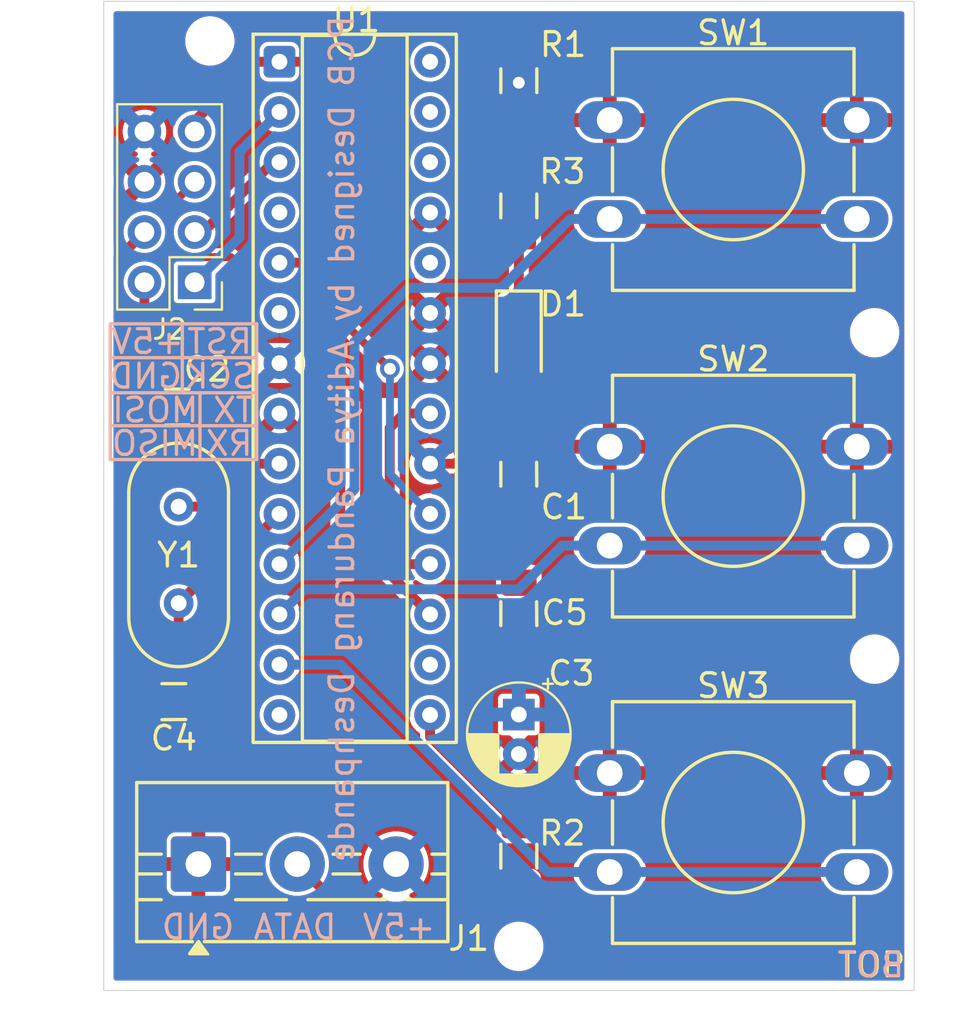
<source format=kicad_pcb>
(kicad_pcb (version 20241229) (generator "pcbnew") (generator_version "9.0")
  (layers (0 "F.Cu" signal) (2 "B.Cu" signal) (13 "F.Paste" user) (15 "B.Paste" user) (5 "F.SilkS" user "F.Silkscreen") (7 "B.SilkS" user "B.Silkscreen") (1 "F.Mask" user) (3 "B.Mask" user) (25 "Edge.Cuts" user))
  (net 0 "")
  (net 1 "+5V")
  (net 2 "GND")
  (net 3 "Net-(J1-Pin_2)")
  (net 4 "Net-(D1-K)")
  (net 5 "Net-(U1-XTAL1{slash}PB6)")
  (net 6 "Net-(U1-XTAL2{slash}PB7)")
  (net 7 "Net-(U1-AREF)")
  (net 8 "Net-(U1-PB1)")
  (net 9 "Net-(U1-PD3)")
  (net 10 "Net-(U1-PD5)")
  (net 11 "Net-(U1-PD6)")
  (net 12 "Net-(U1-PD7)")
  (net 19 "Net-(J2-Pin_4)")
  (net 20 "Net-(J2-Pin_5)")
  (net 21 "Net-(J2-Pin_3)")
  (net 22 "Net-(J2-Pin_2)")
  (net 23 "Net-(J2-Pin_1)")
  (net 24 "Net-(J2-Pin_7)")
  (footprint "MountingHole:MountingHole_2mm" (layer "F.Cu") (at 21 47.77)
    (property "Reference" "H4" (hide yes))
    (property "Value" "MountingHole")
    (pad "" np_thru_hole circle (at 0 0) (size 2 2) (drill 2) (layers "*.Cu" "*.Mask"))
  )
  (footprint "Resistor_SMD:R_1206_3216Metric_Pad1.30x1.75mm_HandSolder" (layer "F.Cu") (at 21 4.01 -90)
    (property "Reference" "R1" (at -1.8275 -2.24 0) (layer "F.SilkS") (effects (font (size 1.2 1.2) (thickness 0.17))))
    (property "Value" "10k Ω")
    (fp_line (start -0.6 0.91) (end 0.6 0.91) (stroke (width 0.17)) (layer "F.SilkS"))
    (fp_line (start -0.6 -0.91) (end 0.6 -0.91) (stroke (width 0.17)) (layer "F.SilkS"))
    (pad "1" smd roundrect (at -1.55 0 270) (size 1.3 1.75) (layers "F.Cu" "F.Mask" "F.Paste") (roundrect_rratio 0.192308) (net 24 "Net-(J2-Pin_7)"))
    (pad "2" smd roundrect (at 1.55 0 270) (size 1.3 1.75) (layers "F.Cu" "F.Mask" "F.Paste") (roundrect_rratio 0.192308) (net 1 "+5V"))
  )
  (footprint "Button_Switch_THT:SW_PUSH-12mm" (layer "F.Cu") (at 25.6 39.01)
    (property "Reference" "SW3" (at 6.25 -4.42 0) (layer "F.SilkS") (effects (font (size 1.2 1.2) (thickness 0.17))))
    (property "Value" "SW_Push")
    (fp_line (start 0.14 -3.61) (end 0.14 -1.3) (stroke (width 0.17)) (layer "F.SilkS"))
    (fp_line (start 0.14 -3.61) (end 12.36 -3.61) (stroke (width 0.17)) (layer "F.SilkS"))
    (fp_line (start 0.14 1.4) (end 0.14 3.6) (stroke (width 0.17)) (layer "F.SilkS"))
    (fp_line (start 0.14 6.3) (end 0.14 8.61) (stroke (width 0.17)) (layer "F.SilkS"))
    (fp_line (start 12.36 -3.61) (end 12.36 -1.3) (stroke (width 0.17)) (layer "F.SilkS"))
    (fp_line (start 12.36 1.4) (end 12.36 3.6) (stroke (width 0.17)) (layer "F.SilkS"))
    (fp_line (start 12.36 6.3) (end 12.36 8.61) (stroke (width 0.17)) (layer "F.SilkS"))
    (fp_line (start 12.36 8.61) (end 0.14 8.61) (stroke (width 0.17)) (layer "F.SilkS"))
    (fp_circle (center 6.25 2.5) (end 9.8 2.5) (stroke (width 0.17)) (fill no) (layer "F.SilkS"))
    (pad "1" thru_hole oval (at 0 0) (size 3.2 1.9) (drill 1.3) (layers "*.Cu" "*.Mask") (net 2 "GND"))
    (pad "1" thru_hole oval (at 12.5 0) (size 3.2 1.9) (drill 1.3) (layers "*.Cu" "*.Mask") (net 2 "GND"))
    (pad "2" thru_hole oval (at 0 5) (size 3.2 1.9) (drill 1.3) (layers "*.Cu" "*.Mask") (net 12 "Net-(U1-PD7)"))
    (pad "2" thru_hole oval (at 12.5 5) (size 3.2 1.9) (drill 1.3) (layers "*.Cu" "*.Mask") (net 12 "Net-(U1-PD7)"))
  )
  (footprint "Button_Switch_THT:SW_PUSH-12mm" (layer "F.Cu") (at 25.6 22.51)
    (property "Reference" "SW2" (at 6.25 -4.43 0) (layer "F.SilkS") (effects (font (size 1.2 1.2) (thickness 0.17))))
    (property "Value" "SW_Push")
    (fp_line (start 0.14 -3.61) (end 0.14 -1.3) (stroke (width 0.17)) (layer "F.SilkS"))
    (fp_line (start 0.14 -3.61) (end 12.36 -3.61) (stroke (width 0.17)) (layer "F.SilkS"))
    (fp_line (start 0.14 1.4) (end 0.14 3.6) (stroke (width 0.17)) (layer "F.SilkS"))
    (fp_line (start 0.14 6.3) (end 0.14 8.61) (stroke (width 0.17)) (layer "F.SilkS"))
    (fp_line (start 12.36 -3.61) (end 12.36 -1.3) (stroke (width 0.17)) (layer "F.SilkS"))
    (fp_line (start 12.36 1.4) (end 12.36 3.6) (stroke (width 0.17)) (layer "F.SilkS"))
    (fp_line (start 12.36 6.3) (end 12.36 8.61) (stroke (width 0.17)) (layer "F.SilkS"))
    (fp_line (start 12.36 8.61) (end 0.14 8.61) (stroke (width 0.17)) (layer "F.SilkS"))
    (fp_circle (center 6.25 2.5) (end 9.8 2.5) (stroke (width 0.17)) (fill no) (layer "F.SilkS"))
    (pad "1" thru_hole oval (at 0 0) (size 3.2 1.9) (drill 1.3) (layers "*.Cu" "*.Mask") (net 2 "GND"))
    (pad "1" thru_hole oval (at 12.5 0) (size 3.2 1.9) (drill 1.3) (layers "*.Cu" "*.Mask") (net 2 "GND"))
    (pad "2" thru_hole oval (at 0 5) (size 3.2 1.9) (drill 1.3) (layers "*.Cu" "*.Mask") (net 11 "Net-(U1-PD6)"))
    (pad "2" thru_hole oval (at 12.5 5) (size 3.2 1.9) (drill 1.3) (layers "*.Cu" "*.Mask") (net 11 "Net-(U1-PD6)"))
  )
  (footprint "Capacitor_THT:CP_Radial_D5.0mm_P2.00mm" (layer "F.Cu") (at 21 36.05 -90)
    (property "Reference" "C3" (at -2.08 -2.66 0) (layer "F.SilkS") (effects (font (size 1.2 1.2) (thickness 0.17))))
    (property "Value" "100μF")
    (fp_line (start 1 1.04) (end 1 2.58) (stroke (width 0.12)) (layer "F.SilkS"))
    (fp_line (start 1.04 1.04) (end 1.04 2.58) (stroke (width 0.12)) (layer "F.SilkS"))
    (fp_line (start 1.08 1.04) (end 1.08 2.579) (stroke (width 0.12)) (layer "F.SilkS"))
    (fp_line (start 1.12 1.04) (end 1.12 2.577) (stroke (width 0.12)) (layer "F.SilkS"))
    (fp_line (start 1.16 1.04) (end 1.16 2.575) (stroke (width 0.12)) (layer "F.SilkS"))
    (fp_line (start 1.2 1.04) (end 1.2 2.572) (stroke (width 0.12)) (layer "F.SilkS"))
    (fp_line (start 1.24 1.04) (end 1.24 2.569) (stroke (width 0.12)) (layer "F.SilkS"))
    (fp_line (start 1.28 1.04) (end 1.28 2.565) (stroke (width 0.12)) (layer "F.SilkS"))
    (fp_line (start 1.32 1.04) (end 1.32 2.56) (stroke (width 0.12)) (layer "F.SilkS"))
    (fp_line (start 1.36 1.04) (end 1.36 2.555) (stroke (width 0.12)) (layer "F.SilkS"))
    (fp_line (start 1.4 1.04) (end 1.4 2.549) (stroke (width 0.12)) (layer "F.SilkS"))
    (fp_line (start 1.44 1.04) (end 1.44 2.543) (stroke (width 0.12)) (layer "F.SilkS"))
    (fp_line (start 1.48 1.04) (end 1.48 2.536) (stroke (width 0.12)) (layer "F.SilkS"))
    (fp_line (start 1.52 1.04) (end 1.52 2.528) (stroke (width 0.12)) (layer "F.SilkS"))
    (fp_line (start 1.56 1.04) (end 1.56 2.519) (stroke (width 0.12)) (layer "F.SilkS"))
    (fp_line (start 1.6 1.04) (end 1.6 2.51) (stroke (width 0.12)) (layer "F.SilkS"))
    (fp_line (start 1.64 1.04) (end 1.64 2.501) (stroke (width 0.12)) (layer "F.SilkS"))
    (fp_line (start 1.68 1.04) (end 1.68 2.49) (stroke (width 0.12)) (layer "F.SilkS"))
    (fp_line (start 1.72 1.04) (end 1.72 2.479) (stroke (width 0.12)) (layer "F.SilkS"))
    (fp_line (start 1.76 1.04) (end 1.76 2.467) (stroke (width 0.12)) (layer "F.SilkS"))
    (fp_line (start 1.8 1.04) (end 1.8 2.455) (stroke (width 0.12)) (layer "F.SilkS"))
    (fp_line (start 1.84 1.04) (end 1.84 2.442) (stroke (width 0.12)) (layer "F.SilkS"))
    (fp_line (start 1.88 1.04) (end 1.88 2.428) (stroke (width 0.12)) (layer "F.SilkS"))
    (fp_line (start 1.92 1.04) (end 1.92 2.413) (stroke (width 0.12)) (layer "F.SilkS"))
    (fp_line (start 1.96 1.04) (end 1.96 2.398) (stroke (width 0.12)) (layer "F.SilkS"))
    (fp_line (start 2 1.04) (end 2 2.382) (stroke (width 0.12)) (layer "F.SilkS"))
    (fp_line (start 2.04 1.04) (end 2.04 2.365) (stroke (width 0.12)) (layer "F.SilkS"))
    (fp_line (start 2.08 1.04) (end 2.08 2.347) (stroke (width 0.12)) (layer "F.SilkS"))
    (fp_line (start 2.12 1.04) (end 2.12 2.329) (stroke (width 0.12)) (layer "F.SilkS"))
    (fp_line (start 2.16 1.04) (end 2.16 2.309) (stroke (width 0.12)) (layer "F.SilkS"))
    (fp_line (start 2.2 1.04) (end 2.2 2.289) (stroke (width 0.12)) (layer "F.SilkS"))
    (fp_line (start 2.24 1.04) (end 2.24 2.268) (stroke (width 0.12)) (layer "F.SilkS"))
    (fp_line (start 2.28 1.04) (end 2.28 2.246) (stroke (width 0.12)) (layer "F.SilkS"))
    (fp_line (start 2.32 1.04) (end 2.32 2.223) (stroke (width 0.12)) (layer "F.SilkS"))
    (fp_line (start 2.36 1.04) (end 2.36 2.199) (stroke (width 0.12)) (layer "F.SilkS"))
    (fp_line (start 2.4 1.04) (end 2.4 2.175) (stroke (width 0.12)) (layer "F.SilkS"))
    (fp_line (start 2.44 1.04) (end 2.44 2.149) (stroke (width 0.12)) (layer "F.SilkS"))
    (fp_line (start 2.48 1.04) (end 2.48 2.122) (stroke (width 0.12)) (layer "F.SilkS"))
    (fp_line (start 2.52 1.04) (end 2.52 2.094) (stroke (width 0.12)) (layer "F.SilkS"))
    (fp_line (start 2.56 1.04) (end 2.56 2.065) (stroke (width 0.12)) (layer "F.SilkS"))
    (fp_line (start 2.6 1.04) (end 2.6 2.035) (stroke (width 0.12)) (layer "F.SilkS"))
    (fp_line (start 2.64 1.04) (end 2.64 2.003) (stroke (width 0.12)) (layer "F.SilkS"))
    (fp_line (start 2.68 1.04) (end 2.68 1.97) (stroke (width 0.12)) (layer "F.SilkS"))
    (fp_line (start 2.72 1.04) (end 2.72 1.936) (stroke (width 0.12)) (layer "F.SilkS"))
    (fp_line (start 2.76 1.04) (end 2.76 1.901) (stroke (width 0.12)) (layer "F.SilkS"))
    (fp_line (start 2.8 1.04) (end 2.8 1.864) (stroke (width 0.12)) (layer "F.SilkS"))
    (fp_line (start 2.84 1.04) (end 2.84 1.825) (stroke (width 0.12)) (layer "F.SilkS"))
    (fp_line (start 2.88 1.04) (end 2.88 1.785) (stroke (width 0.12)) (layer "F.SilkS"))
    (fp_line (start 2.92 1.04) (end 2.92 1.743) (stroke (width 0.12)) (layer "F.SilkS"))
    (fp_line (start 2.96 1.04) (end 2.96 1.699) (stroke (width 0.12)) (layer "F.SilkS"))
    (fp_line (start 3 1.04) (end 3 1.652) (stroke (width 0.12)) (layer "F.SilkS"))
    (fp_line (start 3.6 -0.283) (end 3.6 0.283) (stroke (width 0.12)) (layer "F.SilkS"))
    (fp_line (start 3.56 -0.517) (end 3.56 0.517) (stroke (width 0.12)) (layer "F.SilkS"))
    (fp_line (start 3.52 -0.677) (end 3.52 0.677) (stroke (width 0.12)) (layer "F.SilkS"))
    (fp_line (start 3.48 -0.805) (end 3.48 0.805) (stroke (width 0.12)) (layer "F.SilkS"))
    (fp_line (start 3.44 -0.914) (end 3.44 0.914) (stroke (width 0.12)) (layer "F.SilkS"))
    (fp_line (start 3.4 -1.011) (end 3.4 1.011) (stroke (width 0.12)) (layer "F.SilkS"))
    (fp_line (start 3.36 -1.098) (end 3.36 1.098) (stroke (width 0.12)) (layer "F.SilkS"))
    (fp_line (start 3.32 -1.177) (end 3.32 1.177) (stroke (width 0.12)) (layer "F.SilkS"))
    (fp_line (start 3.28 -1.251) (end 3.28 1.251) (stroke (width 0.12)) (layer "F.SilkS"))
    (fp_line (start 3.24 -1.319) (end 3.24 1.319) (stroke (width 0.12)) (layer "F.SilkS"))
    (fp_line (start 3.2 -1.383) (end 3.2 1.383) (stroke (width 0.12)) (layer "F.SilkS"))
    (fp_line (start 3.16 -1.443) (end 3.16 1.443) (stroke (width 0.12)) (layer "F.SilkS"))
    (fp_line (start -1.804775 -1.475) (end -1.304775 -1.475) (stroke (width 0.12)) (layer "F.SilkS"))
    (fp_line (start 3.12 -1.499) (end 3.12 1.499) (stroke (width 0.12)) (layer "F.SilkS"))
    (fp_line (start 3.08 -1.553) (end 3.08 1.553) (stroke (width 0.12)) (layer "F.SilkS"))
    (fp_line (start 3.04 -1.604) (end 3.04 1.604) (stroke (width 0.12)) (layer "F.SilkS"))
    (fp_line (start 3 -1.652) (end 3 -1.04) (stroke (width 0.12)) (layer "F.SilkS"))
    (fp_line (start 2.96 -1.699) (end 2.96 -1.04) (stroke (width 0.12)) (layer "F.SilkS"))
    (fp_line (start -1.554775 -1.725) (end -1.554775 -1.225) (stroke (width 0.12)) (layer "F.SilkS"))
    (fp_line (start 2.92 -1.743) (end 2.92 -1.04) (stroke (width 0.12)) (layer "F.SilkS"))
    (fp_line (start 2.88 -1.785) (end 2.88 -1.04) (stroke (width 0.12)) (layer "F.SilkS"))
    (fp_line (start 2.84 -1.825) (end 2.84 -1.04) (stroke (width 0.12)) (layer "F.SilkS"))
    (fp_line (start 2.8 -1.864) (end 2.8 -1.04) (stroke (width 0.12)) (layer "F.SilkS"))
    (fp_line (start 2.76 -1.901) (end 2.76 -1.04) (stroke (width 0.12)) (layer "F.SilkS"))
    (fp_line (start 2.72 -1.936) (end 2.72 -1.04) (stroke (width 0.12)) (layer "F.SilkS"))
    (fp_line (start 2.68 -1.97) (end 2.68 -1.04) (stroke (width 0.12)) (layer "F.SilkS"))
    (fp_line (start 2.64 -2.003) (end 2.64 -1.04) (stroke (width 0.12)) (layer "F.SilkS"))
    (fp_line (start 2.6 -2.035) (end 2.6 -1.04) (stroke (width 0.12)) (layer "F.SilkS"))
    (fp_line (start 2.56 -2.065) (end 2.56 -1.04) (stroke (width 0.12)) (layer "F.SilkS"))
    (fp_line (start 2.52 -2.094) (end 2.52 -1.04) (stroke (width 0.12)) (layer "F.SilkS"))
    (fp_line (start 2.48 -2.122) (end 2.48 -1.04) (stroke (width 0.12)) (layer "F.SilkS"))
    (fp_line (start 2.44 -2.149) (end 2.44 -1.04) (stroke (width 0.12)) (layer "F.SilkS"))
    (fp_line (start 2.4 -2.175) (end 2.4 -1.04) (stroke (width 0.12)) (layer "F.SilkS"))
    (fp_line (start 2.36 -2.199) (end 2.36 -1.04) (stroke (width 0.12)) (layer "F.SilkS"))
    (fp_line (start 2.32 -2.223) (end 2.32 -1.04) (stroke (width 0.12)) (layer "F.SilkS"))
    (fp_line (start 2.28 -2.246) (end 2.28 -1.04) (stroke (width 0.12)) (layer "F.SilkS"))
    (fp_line (start 2.24 -2.268) (end 2.24 -1.04) (stroke (width 0.12)) (layer "F.SilkS"))
    (fp_line (start 2.2 -2.289) (end 2.2 -1.04) (stroke (width 0.12)) (layer "F.SilkS"))
    (fp_line (start 2.16 -2.309) (end 2.16 -1.04) (stroke (width 0.12)) (layer "F.SilkS"))
    (fp_line (start 2.12 -2.329) (end 2.12 -1.04) (stroke (width 0.12)) (layer "F.SilkS"))
    (fp_line (start 2.08 -2.347) (end 2.08 -1.04) (stroke (width 0.12)) (layer "F.SilkS"))
    (fp_line (start 2.04 -2.365) (end 2.04 -1.04) (stroke (width 0.12)) (layer "F.SilkS"))
    (fp_line (start 2 -2.382) (end 2 -1.04) (stroke (width 0.12)) (layer "F.SilkS"))
    (fp_line (start 1.96 -2.398) (end 1.96 -1.04) (stroke (width 0.12)) (layer "F.SilkS"))
    (fp_line (start 1.92 -2.413) (end 1.92 -1.04) (stroke (width 0.12)) (layer "F.SilkS"))
    (fp_line (start 1.88 -2.428) (end 1.88 -1.04) (stroke (width 0.12)) (layer "F.SilkS"))
    (fp_line (start 1.84 -2.442) (end 1.84 -1.04) (stroke (width 0.12)) (layer "F.SilkS"))
    (fp_line (start 1.8 -2.455) (end 1.8 -1.04) (stroke (width 0.12)) (layer "F.SilkS"))
    (fp_line (start 1.76 -2.467) (end 1.76 -1.04) (stroke (width 0.12)) (layer "F.SilkS"))
    (fp_line (start 1.72 -2.479) (end 1.72 -1.04) (stroke (width 0.12)) (layer "F.SilkS"))
    (fp_line (start 1.68 -2.49) (end 1.68 -1.04) (stroke (width 0.12)) (layer "F.SilkS"))
    (fp_line (start 1.64 -2.501) (end 1.64 -1.04) (stroke (width 0.12)) (layer "F.SilkS"))
    (fp_line (start 1.6 -2.51) (end 1.6 -1.04) (stroke (width 0.12)) (layer "F.SilkS"))
    (fp_line (start 1.56 -2.519) (end 1.56 -1.04) (stroke (width 0.12)) (layer "F.SilkS"))
    (fp_line (start 1.52 -2.528) (end 1.52 -1.04) (stroke (width 0.12)) (layer "F.SilkS"))
    (fp_line (start 1.48 -2.536) (end 1.48 -1.04) (stroke (width 0.12)) (layer "F.SilkS"))
    (fp_line (start 1.44 -2.543) (end 1.44 -1.04) (stroke (width 0.12)) (layer "F.SilkS"))
    (fp_line (start 1.4 -2.549) (end 1.4 -1.04) (stroke (width 0.12)) (layer "F.SilkS"))
    (fp_line (start 1.36 -2.555) (end 1.36 -1.04) (stroke (width 0.12)) (layer "F.SilkS"))
    (fp_line (start 1.32 -2.56) (end 1.32 -1.04) (stroke (width 0.12)) (layer "F.SilkS"))
    (fp_line (start 1.28 -2.565) (end 1.28 -1.04) (stroke (width 0.12)) (layer "F.SilkS"))
    (fp_line (start 1.24 -2.569) (end 1.24 -1.04) (stroke (width 0.12)) (layer "F.SilkS"))
    (fp_line (start 1.2 -2.572) (end 1.2 -1.04) (stroke (width 0.12)) (layer "F.SilkS"))
    (fp_line (start 1.16 -2.575) (end 1.16 -1.04) (stroke (width 0.12)) (layer "F.SilkS"))
    (fp_line (start 1.12 -2.577) (end 1.12 -1.04) (stroke (width 0.12)) (layer "F.SilkS"))
    (fp_line (start 1.08 -2.579) (end 1.08 -1.04) (stroke (width 0.12)) (layer "F.SilkS"))
    (fp_line (start 1 -2.58) (end 1 -1.04) (stroke (width 0.12)) (layer "F.SilkS"))
    (fp_line (start 1.04 -2.58) (end 1.04 -1.04) (stroke (width 0.12)) (layer "F.SilkS"))
    (fp_circle (center 1 0) (end 3.62 0) (stroke (width 0.12)) (fill no) (layer "F.SilkS"))
    (pad "1" thru_hole rect (at 0 0 270) (size 1.6 1.6) (drill 0.8) (layers "*.Cu" "*.Mask") (net 1 "+5V"))
    (pad "2" thru_hole circle (at 2 0 270) (size 1.6 1.6) (drill 0.8) (layers "*.Cu" "*.Mask") (net 2 "GND"))
  )
  (footprint "Connector_PinHeader_2.54mm:PinHeader_2x04_P2.54mm_Vertical" (layer "F.Cu") (at 4.6 14.2 180)
    (property "Reference" "J2" (at 1.27 -2.38 0) (layer "F.SilkS"))
    (property "Value" "Conn_02x04_Odd_Even")
    (fp_line (start 3.92 -1.38) (end 3.92 9) (stroke (width 0.12)) (layer "F.SilkS"))
    (fp_line (start 1.27 1.27) (end 1.27 -1.38) (stroke (width 0.12)) (layer "F.SilkS"))
    (fp_line (start 1.27 -1.38) (end 3.92 -1.38) (stroke (width 0.12)) (layer "F.SilkS"))
    (fp_line (start -1.38 9) (end 3.92 9) (stroke (width 0.12)) (layer "F.SilkS"))
    (fp_line (start -1.38 1.27) (end 1.27 1.27) (stroke (width 0.12)) (layer "F.SilkS"))
    (fp_line (start -1.38 1.27) (end -1.38 9) (stroke (width 0.12)) (layer "F.SilkS"))
    (fp_line (start -1.38 0) (end -1.38 -1.38) (stroke (width 0.12)) (layer "F.SilkS"))
    (fp_line (start -1.38 -1.38) (end 0 -1.38) (stroke (width 0.12)) (layer "F.SilkS"))
    (pad "1" thru_hole rect (at 0 0 180) (size 1.7 1.7) (drill 1) (layers "*.Cu" "*.Mask") (net 23 "Net-(J2-Pin_1)"))
    (pad "2" thru_hole circle (at 2.54 0 180) (size 1.7 1.7) (drill 1) (layers "*.Cu" "*.Mask") (net 22 "Net-(J2-Pin_2)"))
    (pad "3" thru_hole circle (at 0 2.54 180) (size 1.7 1.7) (drill 1) (layers "*.Cu" "*.Mask") (net 21 "Net-(J2-Pin_3)"))
    (pad "4" thru_hole circle (at 2.54 2.54 180) (size 1.7 1.7) (drill 1) (layers "*.Cu" "*.Mask") (net 19 "Net-(J2-Pin_4)"))
    (pad "5" thru_hole circle (at 0 5.08 180) (size 1.7 1.7) (drill 1) (layers "*.Cu" "*.Mask") (net 20 "Net-(J2-Pin_5)"))
    (pad "6" thru_hole circle (at 2.54 5.08 180) (size 1.7 1.7) (drill 1) (layers "*.Cu" "*.Mask") (net 2 "GND"))
    (pad "7" thru_hole circle (at 0 7.62 180) (size 1.7 1.7) (drill 1) (layers "*.Cu" "*.Mask") (net 24 "Net-(J2-Pin_7)"))
    (pad "8" thru_hole circle (at 2.54 7.62 180) (size 1.7 1.7) (drill 1) (layers "*.Cu" "*.Mask") (net 1 "+5V"))
  )
  (footprint "TerminalBlock:TerminalBlock_MaiXu_MX126-5.0-03P_1x03_P5.00mm" (layer "F.Cu") (at 4.79 43.61)
    (property "Reference" "J1" (at 13.68 3.76 0) (layer "F.SilkS") (effects (font (size 1.2 1.2) (thickness 0.17))))
    (property "Value" "Screw_Terminal_01x03")
    (fp_line (start -3.12 -4.12) (end -3.12 3.92) (stroke (width 0.17)) (layer "F.SilkS"))
    (fp_line (start -3.12 -4.12) (end 12.62 -4.12) (stroke (width 0.17)) (layer "F.SilkS"))
    (fp_line (start -3.12 -0.5) (end -1.88 -0.5) (stroke (width 0.17)) (layer "F.SilkS"))
    (fp_line (start -3.12 0.5) (end -1.88 0.5) (stroke (width 0.17)) (layer "F.SilkS"))
    (fp_line (start -3.12 1.8) (end -1.88 1.8) (stroke (width 0.17)) (layer "F.SilkS"))
    (fp_line (start -3.12 3.92) (end -0.3 3.92) (stroke (width 0.17)) (layer "F.SilkS"))
    (fp_line (start 0.3 3.92) (end 12.62 3.92) (stroke (width 0.17)) (layer "F.SilkS"))
    (fp_line (start 1.88 -0.5) (end 3.188 -0.5) (stroke (width 0.17)) (layer "F.SilkS"))
    (fp_line (start 1.88 0.5) (end 3.188 0.5) (stroke (width 0.17)) (layer "F.SilkS"))
    (fp_line (start 1.88 1.8) (end 4.457 1.8) (stroke (width 0.17)) (layer "F.SilkS"))
    (fp_line (start 5.543 1.8) (end 9.457 1.8) (stroke (width 0.17)) (layer "F.SilkS"))
    (fp_line (start 6.812 -0.5) (end 8.188 -0.5) (stroke (width 0.17)) (layer "F.SilkS"))
    (fp_line (start 6.812 0.5) (end 8.188 0.5) (stroke (width 0.17)) (layer "F.SilkS"))
    (fp_line (start 10.543 1.8) (end 12.62 1.8) (stroke (width 0.17)) (layer "F.SilkS"))
    (fp_line (start 11.812 -0.5) (end 12.62 -0.5) (stroke (width 0.17)) (layer "F.SilkS"))
    (fp_line (start 11.812 0.5) (end 12.62 0.5) (stroke (width 0.17)) (layer "F.SilkS"))
    (fp_line (start 12.62 -4.12) (end 12.62 3.92) (stroke (width 0.17)) (layer "F.SilkS"))
    (fp_poly (pts (xy 0 3.92) (xy 0.44 4.53) (xy -0.44 4.53)) (stroke (width 0.17)) (fill yes) (layer "F.SilkS"))
    (pad "1" thru_hole roundrect (at 0 0) (size 2.8 2.8) (drill 1.3) (layers "*.Cu" "*.Mask") (roundrect_rratio 0.089286) (net 2 "GND"))
    (pad "2" thru_hole circle (at 5 0) (size 2.8 2.8) (drill 1.3) (layers "*.Cu" "*.Mask") (net 3 "Net-(J1-Pin_2)"))
    (pad "3" thru_hole circle (at 10 0) (size 2.8 2.8) (drill 1.3) (layers "*.Cu" "*.Mask") (net 1 "+5V"))
  )
  (footprint "LED_SMD:LED_1206_3216Metric_Pad1.42x1.75mm_HandSolder" (layer "F.Cu") (at 21 17.1 -90)
    (property "Reference" "D1" (at -1.7975 -2.23 0) (layer "F.SilkS") (effects (font (size 1.2 1.2) (thickness 0.17))))
    (property "Value" "LED")
    (fp_line (start -2.46 1.135) (end 1.6 1.135) (stroke (width 0.17)) (layer "F.SilkS"))
    (fp_line (start -2.46 -1.135) (end -2.46 1.135) (stroke (width 0.17)) (layer "F.SilkS"))
    (fp_line (start 1.6 -1.135) (end -2.46 -1.135) (stroke (width 0.17)) (layer "F.SilkS"))
    (pad "1" smd roundrect (at -1.4875 0 270) (size 1.425 1.75) (layers "F.Cu" "F.Mask" "F.Paste") (roundrect_rratio 0.175439) (net 4 "Net-(D1-K)"))
    (pad "2" smd roundrect (at 1.4875 0 270) (size 1.425 1.75) (layers "F.Cu" "F.Mask" "F.Paste") (roundrect_rratio 0.175439) (net 2 "GND"))
  )
  (footprint "Package_DIP:DIP-28_W7.62mm_Socket" (layer "F.Cu") (at 8.89 3.05)
    (property "Reference" "U1" (at 3.89 -2.12 0) (layer "F.SilkS") (effects (font (size 1.2 1.2) (thickness 0.17))))
    (property "Value" "ATmega328-P")
    (fp_line (start 1.16 -1.33) (end 1.16 34.35) (stroke (width 0.17)) (layer "F.SilkS"))
    (fp_line (start 1.16 34.35) (end 6.46 34.35) (stroke (width 0.17)) (layer "F.SilkS"))
    (fp_line (start 2.81 -1.33) (end 1.16 -1.33) (stroke (width 0.17)) (layer "F.SilkS"))
    (fp_line (start 6.46 -1.33) (end 4.81 -1.33) (stroke (width 0.12)) (layer "F.SilkS"))
    (fp_line (start 6.46 34.35) (end 6.46 -1.33) (stroke (width 0.17)) (layer "F.SilkS"))
    (fp_rect (start -1.33 -1.39) (end 8.95 34.41) (stroke (width 0.17)) (fill no) (layer "F.SilkS"))
    (fp_arc (start 4.81 -1.33) (mid 3.81 -0.33) (end 2.81 -1.33) (stroke (width 0.17)) (layer "F.SilkS"))
    (pad "1" thru_hole roundrect (at 0 0) (size 1.6 1.6) (drill 0.8) (layers "*.Cu" "*.Mask") (roundrect_rratio 0.15625) (net 24 "Net-(J2-Pin_7)"))
    (pad "2" thru_hole circle (at 0 2.54) (size 1.6 1.6) (drill 0.8) (layers "*.Cu" "*.Mask") (net 23 "Net-(J2-Pin_1)"))
    (pad "3" thru_hole circle (at 0 5.08) (size 1.6 1.6) (drill 0.8) (layers "*.Cu" "*.Mask") (net 21 "Net-(J2-Pin_3)"))
    (pad "4" thru_hole circle (at 0 7.62) (size 1.6 1.6) (drill 0.8) (layers "*.Cu" "*.Mask"))
    (pad "5" thru_hole circle (at 0 10.16) (size 1.6 1.6) (drill 0.8) (layers "*.Cu" "*.Mask") (net 9 "Net-(U1-PD3)"))
    (pad "6" thru_hole circle (at 0 12.7) (size 1.6 1.6) (drill 0.8) (layers "*.Cu" "*.Mask"))
    (pad "7" thru_hole circle (at 0 15.24) (size 1.6 1.6) (drill 0.8) (layers "*.Cu" "*.Mask") (net 1 "+5V"))
    (pad "8" thru_hole circle (at 0 17.78) (size 1.6 1.6) (drill 0.8) (layers "*.Cu" "*.Mask") (net 2 "GND"))
    (pad "9" thru_hole circle (at 0 20.32) (size 1.6 1.6) (drill 0.8) (layers "*.Cu" "*.Mask") (net 5 "Net-(U1-XTAL1{slash}PB6)"))
    (pad "10" thru_hole circle (at 0 22.86) (size 1.6 1.6) (drill 0.8) (layers "*.Cu" "*.Mask") (net 6 "Net-(U1-XTAL2{slash}PB7)"))
    (pad "11" thru_hole circle (at 0 25.4) (size 1.6 1.6) (drill 0.8) (layers "*.Cu" "*.Mask") (net 10 "Net-(U1-PD5)"))
    (pad "12" thru_hole circle (at 0 27.94) (size 1.6 1.6) (drill 0.8) (layers "*.Cu" "*.Mask") (net 11 "Net-(U1-PD6)"))
    (pad "13" thru_hole circle (at 0 30.48) (size 1.6 1.6) (drill 0.8) (layers "*.Cu" "*.Mask") (net 12 "Net-(U1-PD7)"))
    (pad "14" thru_hole circle (at 0 33.02) (size 1.6 1.6) (drill 0.8) (layers "*.Cu" "*.Mask"))
    (pad "15" thru_hole circle (at 7.62 33.02) (size 1.6 1.6) (drill 0.8) (layers "*.Cu" "*.Mask") (net 8 "Net-(U1-PB1)"))
    (pad "16" thru_hole circle (at 7.62 30.48) (size 1.6 1.6) (drill 0.8) (layers "*.Cu" "*.Mask"))
    (pad "17" thru_hole circle (at 7.62 27.94) (size 1.6 1.6) (drill 0.8) (layers "*.Cu" "*.Mask") (net 19 "Net-(J2-Pin_4)"))
    (pad "18" thru_hole circle (at 7.62 25.4) (size 1.6 1.6) (drill 0.8) (layers "*.Cu" "*.Mask") (net 22 "Net-(J2-Pin_2)"))
    (pad "19" thru_hole circle (at 7.62 22.86) (size 1.6 1.6) (drill 0.8) (layers "*.Cu" "*.Mask") (net 20 "Net-(J2-Pin_5)"))
    (pad "20" thru_hole circle (at 7.62 20.32) (size 1.6 1.6) (drill 0.8) (layers "*.Cu" "*.Mask") (net 1 "+5V"))
    (pad "21" thru_hole circle (at 7.62 17.78) (size 1.6 1.6) (drill 0.8) (layers "*.Cu" "*.Mask") (net 7 "Net-(U1-AREF)"))
    (pad "22" thru_hole circle (at 7.62 15.24) (size 1.6 1.6) (drill 0.8) (layers "*.Cu" "*.Mask") (net 2 "GND"))
    (pad "23" thru_hole circle (at 7.62 12.7) (size 1.6 1.6) (drill 0.8) (layers "*.Cu" "*.Mask") (net 2 "GND"))
    (pad "24" thru_hole circle (at 7.62 10.16) (size 1.6 1.6) (drill 0.8) (layers "*.Cu" "*.Mask"))
    (pad "25" thru_hole circle (at 7.62 7.62) (size 1.6 1.6) (drill 0.8) (layers "*.Cu" "*.Mask") (net 2 "GND"))
    (pad "26" thru_hole circle (at 7.62 5.08) (size 1.6 1.6) (drill 0.8) (layers "*.Cu" "*.Mask"))
    (pad "27" thru_hole circle (at 7.62 2.54) (size 1.6 1.6) (drill 0.8) (layers "*.Cu" "*.Mask"))
    (pad "28" thru_hole circle (at 7.62 0) (size 1.6 1.6) (drill 0.8) (layers "*.Cu" "*.Mask"))
  )
  (footprint "MountingHole:MountingHole_2mm" (layer "F.Cu") (at 39 16.75)
    (property "Reference" "H2" (hide yes))
    (property "Value" "MountingHole")
    (pad "" np_thru_hole circle (at 0 0) (size 2 2) (drill 2) (layers "*.Cu" "*.Mask"))
  )
  (footprint "Resistor_SMD:R_1206_3216Metric_Pad1.30x1.75mm_HandSolder" (layer "F.Cu") (at 21 43.21 -90)
    (property "Reference" "R2" (at -1.16 -2.2 0) (layer "F.SilkS") (effects (font (size 1.2 1.2) (thickness 0.17))))
    (property "Value" "330 Ω")
    (fp_line (start -0.6 0.91) (end 0.6 0.91) (stroke (width 0.17)) (layer "F.SilkS"))
    (fp_line (start -0.6 -0.91) (end 0.6 -0.91) (stroke (width 0.17)) (layer "F.SilkS"))
    (pad "1" smd roundrect (at -1.55 0 270) (size 1.3 1.75) (layers "F.Cu" "F.Mask" "F.Paste") (roundrect_rratio 0.192308) (net 8 "Net-(U1-PB1)"))
    (pad "2" smd roundrect (at 1.55 0 270) (size 1.3 1.75) (layers "F.Cu" "F.Mask" "F.Paste") (roundrect_rratio 0.192308) (net 3 "Net-(J1-Pin_2)"))
  )
  (footprint "Capacitor_SMD:C_1206_3216Metric_Pad1.33x1.80mm_HandSolder" (layer "F.Cu") (at 3.72 20.51 180)
    (property "Reference" "C2" (at -1.5 1.91 180) (layer "F.SilkS") (effects (font (size 1.2 1.2) (thickness 0.17))))
    (property "Value" "18pF")
    (fp_line (start -0.6 0.91) (end 0.6 0.91) (stroke (width 0.17)) (layer "F.SilkS"))
    (fp_line (start -0.6 -0.9) (end 0.6 -0.91) (stroke (width 0.17)) (layer "F.SilkS"))
    (pad "1" smd roundrect (at -1.5625 0 180) (size 1.325 1.8) (layers "F.Cu" "F.Mask" "F.Paste") (roundrect_rratio 0.188679) (net 5 "Net-(U1-XTAL1{slash}PB6)"))
    (pad "2" smd roundrect (at 1.5625 0 180) (size 1.325 1.8) (layers "F.Cu" "F.Mask" "F.Paste") (roundrect_rratio 0.188679) (net 2 "GND"))
  )
  (footprint "MountingHole:MountingHole_2mm" (layer "F.Cu") (at 39 33.25)
    (property "Reference" "H3" (hide yes))
    (property "Value" "MountingHole")
    (pad "" np_thru_hole circle (at 0 0) (size 2 2) (drill 2) (layers "*.Cu" "*.Mask"))
  )
  (footprint "MountingHole:MountingHole_2mm" (layer "F.Cu") (at 5.37 2)
    (property "Reference" "H1" (hide yes))
    (property "Value" "MountingHole")
    (pad "" np_thru_hole circle (at 0 0) (size 2 2) (drill 2) (layers "*.Cu" "*.Mask"))
  )
  (footprint "Capacitor_SMD:C_1206_3216Metric_Pad1.33x1.80mm_HandSolder" (layer "F.Cu") (at 21 30.95 -90)
    (property "Reference" "C5" (at -0.0475 -2.32 0) (layer "F.SilkS") (effects (font (size 1.2 1.2) (thickness 0.17))))
    (property "Value" "0.1μF")
    (fp_line (start -0.6 0.91) (end 0.6 0.91) (stroke (width 0.17)) (layer "F.SilkS"))
    (fp_line (start -0.6 -0.9) (end 0.6 -0.91) (stroke (width 0.17)) (layer "F.SilkS"))
    (pad "1" smd roundrect (at -1.5625 0 270) (size 1.325 1.8) (layers "F.Cu" "F.Mask" "F.Paste") (roundrect_rratio 0.188679) (net 7 "Net-(U1-AREF)"))
    (pad "2" smd roundrect (at 1.5625 0 270) (size 1.325 1.8) (layers "F.Cu" "F.Mask" "F.Paste") (roundrect_rratio 0.188679) (net 2 "GND"))
  )
  (footprint "Capacitor_SMD:C_1206_3216Metric_Pad1.33x1.80mm_HandSolder" (layer "F.Cu") (at 21 23.9 -90)
    (property "Reference" "C1" (at 1.66 -2.28 0) (layer "F.SilkS") (effects (font (size 1.2 1.2) (thickness 0.17))))
    (property "Value" "0.1μF")
    (fp_line (start -0.6 0.91) (end 0.6 0.91) (stroke (width 0.17)) (layer "F.SilkS"))
    (fp_line (start -0.6 -0.9) (end 0.6 -0.91) (stroke (width 0.17)) (layer "F.SilkS"))
    (pad "1" smd roundrect (at -1.5625 0 270) (size 1.325 1.8) (layers "F.Cu" "F.Mask" "F.Paste") (roundrect_rratio 0.188679) (net 1 "+5V"))
    (pad "2" smd roundrect (at 1.5625 0 270) (size 1.325 1.8) (layers "F.Cu" "F.Mask" "F.Paste") (roundrect_rratio 0.188679) (net 2 "GND"))
  )
  (footprint "Resistor_SMD:R_1206_3216Metric_Pad1.30x1.75mm_HandSolder" (layer "F.Cu") (at 21 10.34 -90)
    (property "Reference" "R3" (at -1.7375 -2.2 0) (layer "F.SilkS") (effects (font (size 1.2 1.2) (thickness 0.17))))
    (property "Value" "330Ω")
    (fp_line (start -0.6 0.91) (end 0.6 0.91) (stroke (width 0.17)) (layer "F.SilkS"))
    (fp_line (start -0.6 -0.91) (end 0.6 -0.91) (stroke (width 0.17)) (layer "F.SilkS"))
    (pad "1" smd roundrect (at -1.55 0 270) (size 1.3 1.75) (layers "F.Cu" "F.Mask" "F.Paste") (roundrect_rratio 0.192308) (net 9 "Net-(U1-PD3)"))
    (pad "2" smd roundrect (at 1.55 0 270) (size 1.3 1.75) (layers "F.Cu" "F.Mask" "F.Paste") (roundrect_rratio 0.192308) (net 4 "Net-(D1-K)"))
  )
  (footprint "Capacitor_SMD:C_1206_3216Metric_Pad1.33x1.80mm_HandSolder" (layer "F.Cu") (at 3.5475 35.4 180)
    (property "Reference" "C4" (at 0 -1.85 180) (layer "F.SilkS") (effects (font (size 1.2 1.2) (thickness 0.17))))
    (property "Value" "18pF")
    (fp_line (start -0.6 0.91) (end 0.6 0.91) (stroke (width 0.17)) (layer "F.SilkS"))
    (fp_line (start -0.6 -0.9) (end 0.6 -0.91) (stroke (width 0.17)) (layer "F.SilkS"))
    (pad "1" smd roundrect (at -1.5625 0 180) (size 1.325 1.8) (layers "F.Cu" "F.Mask" "F.Paste") (roundrect_rratio 0.188679) (net 6 "Net-(U1-XTAL2{slash}PB7)"))
    (pad "2" smd roundrect (at 1.5625 0 180) (size 1.325 1.8) (layers "F.Cu" "F.Mask" "F.Paste") (roundrect_rratio 0.188679) (net 2 "GND"))
  )
  (footprint "Button_Switch_THT:SW_PUSH-12mm" (layer "F.Cu") (at 25.6 6)
    (property "Reference" "SW1" (at 6.25 -4.41 0) (layer "F.SilkS") (effects (font (size 1.2 1.2) (thickness 0.17))))
    (property "Value" "SW_Push")
    (fp_line (start 0.14 -3.61) (end 0.14 -1.3) (stroke (width 0.17)) (layer "F.SilkS"))
    (fp_line (start 0.14 -3.61) (end 12.36 -3.61) (stroke (width 0.17)) (layer "F.SilkS"))
    (fp_line (start 0.14 1.4) (end 0.14 3.6) (stroke (width 0.17)) (layer "F.SilkS"))
    (fp_line (start 0.14 6.3) (end 0.14 8.61) (stroke (width 0.17)) (layer "F.SilkS"))
    (fp_line (start 12.36 -3.61) (end 12.36 -1.3) (stroke (width 0.17)) (layer "F.SilkS"))
    (fp_line (start 12.36 1.4) (end 12.36 3.6) (stroke (width 0.17)) (layer "F.SilkS"))
    (fp_line (start 12.36 6.3) (end 12.36 8.61) (stroke (width 0.17)) (layer "F.SilkS"))
    (fp_line (start 12.36 8.61) (end 0.14 8.61) (stroke (width 0.17)) (layer "F.SilkS"))
    (fp_circle (center 6.25 2.5) (end 9.8 2.5) (stroke (width 0.17)) (fill no) (layer "F.SilkS"))
    (pad "1" thru_hole oval (at 0 0) (size 3.2 1.9) (drill 1.3) (layers "*.Cu" "*.Mask") (net 2 "GND"))
    (pad "1" thru_hole oval (at 12.5 0) (size 3.2 1.9) (drill 1.3) (layers "*.Cu" "*.Mask") (net 2 "GND"))
    (pad "2" thru_hole oval (at 0 5) (size 3.2 1.9) (drill 1.3) (layers "*.Cu" "*.Mask") (net 10 "Net-(U1-PD5)"))
    (pad "2" thru_hole oval (at 12.5 5) (size 3.2 1.9) (drill 1.3) (layers "*.Cu" "*.Mask") (net 10 "Net-(U1-PD5)"))
  )
  (footprint "Crystal:Crystal_HC49-U_Vertical" (layer "F.Cu") (at 3.79 25.54 -90)
    (property "Reference" "Y1" (at 2.45 0 0) (layer "F.SilkS") (effects (font (size 1.2 1.2) (thickness 0.17))))
    (property "Value" "Crystal")
    (fp_line (start -0.685 2.525) (end 5.565 2.525) (stroke (width 0.17)) (layer "F.SilkS"))
    (fp_line (start -0.685 -2.525) (end 5.565 -2.525) (stroke (width 0.17)) (layer "F.SilkS"))
    (fp_arc (start -0.685 2.525) (mid -3.21 0) (end -0.685 -2.525) (stroke (width 0.17)) (layer "F.SilkS"))
    (fp_arc (start 5.565 -2.525) (mid 8.09 0) (end 5.565 2.525) (stroke (width 0.17)) (layer "F.SilkS"))
    (pad "1" thru_hole circle (at 0 0 270) (size 1.5 1.5) (drill 0.8) (layers "*.Cu" "*.Mask") (net 5 "Net-(U1-XTAL1{slash}PB6)"))
    (pad "2" thru_hole circle (at 4.88 0 270) (size 1.5 1.5) (drill 0.8) (layers "*.Cu" "*.Mask") (net 6 "Net-(U1-XTAL2{slash}PB7)"))
  )
  (gr_line (start 0.332485 23.16) (end 7.74 23.16) (stroke (width 0.17)) (layer "B.SilkS"))
  (gr_line (start 0.33 21.45) (end 7.74 21.45) (stroke (width 0.17)) (layer "B.SilkS"))
  (gr_line (start 3.975 16.3) (end 3.975 19.75) (stroke (width 0.17)) (layer "B.SilkS"))
  (gr_line (start 0.33 23.16) (end 0.33 16.3) (stroke (width 0.17)) (layer "B.SilkS"))
  (gr_line (start 0.33 18.01) (end 7.74 18.01) (stroke (width 0.17)) (layer "B.SilkS"))
  (gr_line (start 4.87 19.785) (end 4.87 23.16) (stroke (width 0.17)) (layer "B.SilkS"))
  (gr_line (start 0.33 16.3) (end 7.74 16.3) (stroke (width 0.17)) (layer "B.SilkS"))
  (gr_line (start 0.33 19.785) (end 7.74 19.785) (stroke (width 0.17)) (layer "B.SilkS"))
  (gr_line (start 7.74 23.16) (end 7.74 16.3) (stroke (width 0.17)) (layer "B.SilkS"))
  (gr_rect (start 0 0) (end 41 50) (stroke (width 0.05)) (fill no) (layer "Edge.Cuts"))
  (gr_text "TOP" (at 37.07 49.41 0) (layer "F.SilkS") (effects (font (size 1.2 1.2) (thickness 0.17)) (justify left bottom)))
  (gr_text "+5V\n" (at 4.16 17.9 0) (layer "B.SilkS") (effects (font (size 1.2 1.2) (thickness 0.17)) (justify left bottom mirror)))
  (gr_text "PCB Designed by Aditya Pandurang Deshpande" (at 12.75 0.61 90) (layer "B.SilkS") (effects (font (size 1.2 1.2) (thickness 0.17)) (justify left bottom mirror)))
  (gr_text "TX" (at 7.71 21.36 0) (layer "B.SilkS") (effects (font (size 1.2 1.2) (thickness 0.17)) (justify left bottom mirror)))
  (gr_text "SCK" (at 7.75 19.65 0) (layer "B.SilkS") (effects (font (size 1.2 1.2) (thickness 0.17)) (justify left bottom mirror)))
  (gr_text "DATA" (at 11.88 47.5 0) (layer "B.SilkS") (effects (font (size 1.2 1.2) (thickness 0.17)) (justify left bottom mirror)))
  (gr_text "RX" (at 7.63 23.05 0) (layer "B.SilkS") (effects (font (size 1.2 1.2) (thickness 0.17)) (justify left bottom mirror)))
  (gr_text "BOT" (at 40.61 49.41 0) (layer "B.SilkS") (effects (font (size 1.2 1.2) (thickness 0.17)) (justify left bottom mirror)))
  (gr_text "GND" (at 4.07 19.65 0) (layer "B.SilkS") (effects (font (size 1.2 1.2) (thickness 0.17)) (justify left bottom mirror)))
  (gr_text "MISO" (at 4.88 23.05 0) (layer "B.SilkS") (effects (font (size 1.2 1.2) (thickness 0.17)) (justify left bottom mirror)))
  (gr_text "GND" (at 6.71 47.5 0) (layer "B.SilkS") (effects (font (size 1.2 1.2) (thickness 0.17)) (justify left bottom mirror)))
  (gr_text "RST" (at 7.6 17.9 0) (layer "B.SilkS") (effects (font (size 1.2 1.2) (thickness 0.17)) (justify left bottom mirror)))
  (gr_text "+5V" (at 16.88 47.5 0) (layer "B.SilkS") (effects (font (size 1.2 1.2) (thickness 0.17)) (justify left bottom mirror)))
  (gr_text "MOSI" (at 4.89 21.36 0) (layer "B.SilkS") (effects (font (size 1.2 1.2) (thickness 0.17)) (justify left bottom mirror)))
  (segment (start 18.62 22.54) (end 18.43 22.73) (width 0.5) (layer "F.Cu") (net 1))
  (segment (start 18.8225 22.3375) (end 21 22.3375) (width 0.5) (layer "F.Cu") (net 1))
  (segment (start 18.43 22.73) (end 18.8225 22.3375) (width 0.5) (layer "F.Cu") (net 1))
  (segment (start 18.43 22.73) (end 17.79 23.37) (width 0.5) (layer "F.Cu") (net 1))
  (segment (start 21 5.56) (end 21 4.11) (width 0.5) (layer "F.Cu") (net 1))
  (segment (start 17.79 23.37) (end 16.51 23.37) (width 0.5) (layer "F.Cu") (net 1))
  (via (at 21 4.11) (size 1) (drill 0.6) (layers "F.Cu" "B.Cu") (net 1))
  (segment (start 12 45.82) (end 19.94 45.82) (width 0.5) (layer "F.Cu") (net 3))
  (segment (start 19.94 45.82) (end 21 44.76) (width 0.5) (layer "F.Cu") (net 3))
  (segment (start 9.79 43.61) (end 12 45.82) (width 0.5) (layer "F.Cu") (net 3))
  (segment (start 21 15.6125) (end 21 11.89) (width 0.5) (layer "F.Cu") (net 4))
  (segment (start 5.2825 21.2925) (end 5.2825 20.51) (width 0.5) (layer "F.Cu") (net 5))
  (segment (start 7.39 23.37) (end 7.36 23.37) (width 0.5) (layer "F.Cu") (net 5))
  (segment (start 3.79 25.54) (end 5.22 25.54) (width 0.5) (layer "F.Cu") (net 5))
  (segment (start 5.22 25.54) (end 7.39 23.37) (width 0.5) (layer "F.Cu") (net 5))
  (segment (start 7.36 23.37) (end 5.2825 21.2925) (width 0.5) (layer "F.Cu") (net 5))
  (segment (start 7.39 23.37) (end 8.89 23.37) (width 0.5) (layer "F.Cu") (net 5))
  (segment (start 3.79 30.42) (end 4.68 29.53) (width 0.5) (layer "F.Cu") (net 6))
  (segment (start 5.27 29.53) (end 8.89 25.91) (width 0.5) (layer "F.Cu") (net 6))
  (segment (start 3.79 30.42) (end 3.79 32.01) (width 0.5) (layer "F.Cu") (net 6))
  (segment (start 4.68 29.53) (end 5.27 29.53) (width 0.5) (layer "F.Cu") (net 6))
  (segment (start 3.79 32.01) (end 5.11 33.33) (width 0.5) (layer "F.Cu") (net 6))
  (segment (start 5.11 33.33) (end 5.11 35.4) (width 0.5) (layer "F.Cu") (net 6))
  (segment (start 15.39 27.18) (end 18.3 27.18) (width 0.5) (layer "F.Cu") (net 7))
  (segment (start 16.51 20.83) (end 15.2 20.83) (width 0.5) (layer "F.Cu") (net 7))
  (segment (start 14.47 26.26) (end 15.39 27.18) (width 0.5) (layer "F.Cu") (net 7))
  (segment (start 14.47 21.56) (end 14.47 26.26) (width 0.5) (layer "F.Cu") (net 7))
  (segment (start 18.3 27.18) (end 18.7925 27.18) (width 0.5) (layer "F.Cu") (net 7))
  (segment (start 15.2 20.83) (end 14.47 21.56) (width 0.5) (layer "F.Cu") (net 7))
  (segment (start 18.7925 27.18) (end 21 29.3875) (width 0.5) (layer "F.Cu") (net 7))
  (segment (start 16.51 37) (end 16.51 37.17) (width 0.5) (layer "F.Cu") (net 8))
  (segment (start 16.51 36.07) (end 16.51 37) (width 0.5) (layer "F.Cu") (net 8))
  (segment (start 16.51 37.17) (end 21 41.66) (width 0.5) (layer "F.Cu") (net 8))
  (segment (start 20.88 41.63) (end 20.88 41.66) (width 0.5) (layer "F.Cu") (net 8))
  (segment (start 8.89 13.21) (end 11.99 13.21) (width 0.5) (layer "F.Cu") (net 9))
  (segment (start 18.5 9.4) (end 19.11 8.79) (width 0.5) (layer "F.Cu") (net 9))
  (segment (start 11.99 13.21) (end 15.8 9.4) (width 0.5) (layer "F.Cu") (net 9))
  (segment (start 19.11 8.79) (end 21 8.79) (width 0.5) (layer "F.Cu") (net 9))
  (segment (start 15.8 9.4) (end 18.5 9.4) (width 0.5) (layer "F.Cu") (net 9))
  (segment (start 15.42 14.48) (end 20.12 14.48) (width 0.5) (layer "B.Cu") (net 10))
  (segment (start 12.69 17.21) (end 15.42 14.48) (width 0.5) (layer "B.Cu") (net 10))
  (segment (start 12.69 24.65) (end 12.69 17.21) (width 0.5) (layer "B.Cu") (net 10))
  (segment (start 25.6 11) (end 38.1 11) (width 0.5) (layer "B.Cu") (net 10))
  (segment (start 20.12 14.48) (end 23.6 11) (width 0.5) (layer "B.Cu") (net 10))
  (segment (start 8.89 28.45) (end 12.69 24.65) (width 0.5) (layer "B.Cu") (net 10))
  (segment (start 23.6 11) (end 25.6 11) (width 0.5) (layer "B.Cu") (net 10))
  (segment (start 25.6 27.51) (end 38.1 27.51) (width 0.5) (layer "B.Cu") (net 11))
  (segment (start 10.16 29.72) (end 20.99 29.72) (width 0.5) (layer "B.Cu") (net 11))
  (segment (start 23.2 27.51) (end 25.6 27.51) (width 0.5) (layer "B.Cu") (net 11))
  (segment (start 8.89 30.99) (end 10.16 29.72) (width 0.5) (layer "B.Cu") (net 11))
  (segment (start 20.99 29.72) (end 23.2 27.51) (width 0.5) (layer "B.Cu") (net 11))
  (segment (start 11.98 33.53) (end 22.46 44.01) (width 0.5) (layer "B.Cu") (net 12))
  (segment (start 8.89 33.53) (end 11.98 33.53) (width 0.5) (layer "B.Cu") (net 12))
  (segment (start 22.46 44.01) (end 25.6 44.01) (width 0.5) (layer "B.Cu") (net 12))
  (segment (start 25.6 44.01) (end 38.1 44.01) (width 0.5) (layer "B.Cu") (net 12))
  (segment (start 0.751 12.969) (end 0.751 15.951) (width 0.5) (layer "F.Cu") (net 19))
  (segment (start 5.98 17.99) (end 7.531 19.541) (width 0.5) (layer "F.Cu") (net 19))
  (segment (start 11.97 21.311) (end 11.97 26.45) (width 0.5) (layer "F.Cu") (net 19))
  (segment (start 11.97 26.45) (end 16.51 30.99) (width 0.5) (layer "F.Cu") (net 19))
  (segment (start 0.751 15.951) (end 2.79 17.99) (width 0.5) (layer "F.Cu") (net 19))
  (segment (start 2.06 11.66) (end 0.751 12.969) (width 0.5) (layer "F.Cu") (net 19))
  (segment (start 2.79 17.99) (end 5.98 17.99) (width 0.5) (layer "F.Cu") (net 19))
  (segment (start 7.531 19.541) (end 10.2 19.541) (width 0.5) (layer "F.Cu") (net 19))
  (segment (start 10.2 19.541) (end 11.97 21.311) (width 0.5) (layer "F.Cu") (net 19))
  (segment (start 7.983483 14.4785) (end 6.434983 12.93) (width 0.4) (layer "F.Cu") (net 20))
  (segment (start 3.966816 12.93) (end 3.33 12.293184) (width 0.4) (layer "F.Cu") (net 20))
  (segment (start 3.33 10.39) (end 4.6 9.12) (width 0.4) (layer "F.Cu") (net 20))
  (segment (start 14.48 18.57) (end 10.3885 14.4785) (width 0.4) (layer "F.Cu") (net 20))
  (segment (start 3.33 12.293184) (end 3.33 10.39) (width 0.4) (layer "F.Cu") (net 20))
  (segment (start 10.3885 14.4785) (end 7.983483 14.4785) (width 0.4) (layer "F.Cu") (net 20))
  (segment (start 6.434983 12.93) (end 3.966816 12.93) (width 0.4) (layer "F.Cu") (net 20))
  (via (at 14.48 18.57) (size 1) (drill 0.6) (layers "F.Cu" "B.Cu") (net 20))
  (segment (start 14.48 23.88) (end 16.51 25.91) (width 0.4) (layer "B.Cu") (net 20))
  (segment (start 14.48 18.57) (end 14.48 23.88) (width 0.4) (layer "B.Cu") (net 20))
  (segment (start 5.03 11.66) (end 8.56 8.13) (width 0.5) (layer "F.Cu") (net 21))
  (segment (start 4.6 11.66) (end 5.03 11.66) (width 0.5) (layer "F.Cu") (net 21))
  (segment (start 8.56 8.13) (end 8.89 8.13) (width 0.5) (layer "F.Cu") (net 21))
  (segment (start 2.06 15.58) (end 2.06 14.2) (width 0.5) (layer "F.Cu") (net 22))
  (segment (start 15.4 28.45) (end 13.22 26.27) (width 0.5) (layer "F.Cu") (net 22))
  (segment (start 16.51 28.45) (end 15.4 28.45) (width 0.5) (layer "F.Cu") (net 22))
  (segment (start 10.12 17.02) (end 3.5 17.02) (width 0.5) (layer "F.Cu") (net 22))
  (segment (start 3.5 17.02) (end 2.06 15.58) (width 0.5) (layer "F.Cu") (net 22))
  (segment (start 13.22 26.27) (end 13.22 20.12) (width 0.5) (layer "F.Cu") (net 22))
  (segment (start 13.22 20.12) (end 10.12 17.02) (width 0.5) (layer "F.Cu") (net 22))
  (segment (start 6.87 7.61) (end 6.87 11.93) (width 0.5) (layer "B.Cu") (net 23))
  (segment (start 8.89 5.59) (end 6.87 7.61) (width 0.5) (layer "B.Cu") (net 23))
  (segment (start 6.87 11.93) (end 4.6 14.2) (width 0.5) (layer "B.Cu") (net 23))
  (segment (start 18.7 1.7) (end 13.42 1.7) (width 0.5) (layer "F.Cu") (net 24))
  (segment (start 13.42 1.7) (end 12.07 3.05) (width 0.5) (layer "F.Cu") (net 24))
  (segment (start 12.07 3.05) (end 8.89 3.05) (width 0.5) (layer "F.Cu") (net 24))
  (segment (start 19.46 2.46) (end 18.7 1.7) (width 0.5) (layer "F.Cu") (net 24))
  (segment (start 8.89 3.05) (end 7.6 3.05) (width 0.5) (layer "F.Cu") (net 24))
  (segment (start 4.6 6.05) (end 4.6 6.58) (width 0.5) (layer "F.Cu") (net 24))
  (segment (start 7.6 3.05) (end 4.6 6.05) (width 0.5) (layer "F.Cu") (net 24))
  (segment (start 19.46 2.46) (end 21 2.46) (width 0.5) (layer "F.Cu") (net 24))
  (segment (start 8.89 3.28) (end 8.89 3.05) (width 0.5) (layer "B.Cu") (net 24))
  (zone (net 2) (net_name "GND") (layer "F.Cu") (connect_pads (clearance 0.25)) (min_thickness 0.25) (fill yes (thermal_gap 0.5) (thermal_bridge_width 0.7))
    (polygon (pts (xy 0 0) (xy 41 0) (xy 41 50) (xy 0 50)))
  )
  (zone (net 0) (net_name "") (layer "F.Cu") (connect_pads (clearance 0)) (min_thickness 0.25)
    (keepout (tracks not_allowed) (vias not_allowed) (pads not_allowed) (copperpour not_allowed) (footprints allowed))
    (fill (thermal_gap 0.5) (thermal_bridge_width 0.5))
    (polygon (pts (xy 10.62 14.09) (xy 10.6 13.7) (xy 10.57 13.69) (xy 10.61 14.1)))
  )
  (zone (net 0) (net_name "") (layer "F.Cu") (connect_pads (clearance 0)) (min_thickness 0.25)
    (keepout (tracks allowed) (vias allowed) (pads allowed) (copperpour not_allowed) (footprints allowed))
    (fill (thermal_gap 0.5) (thermal_bridge_width 0.5))
    (polygon (pts (xy 13.848632 20.05) (xy 15.792 20.05) (xy 14.32 22.35) (xy 14.28 26.38) (xy 13.92 22.66)))
  )
  (zone (net 0) (net_name "") (layer "F.Cu") (connect_pads (clearance 0)) (min_thickness 0.25)
    (keepout (tracks allowed) (vias allowed) (pads allowed) (copperpour not_allowed) (footprints allowed))
    (fill (thermal_gap 0.5) (thermal_bridge_width 0.5))
    (polygon (pts (xy 4.02 10.24) (xy 5.41 10.19) (xy 5.61 9.7) (xy 5.598 9.78) (xy 6.2 9.78) (xy 5.41 10.57)))
  )
  (zone (net 1) (net_name "+5V") (layer "B.Cu") (priority 1) (connect_pads (clearance 0.2)) (min_thickness 0.25) (fill yes (thermal_gap 0.5) (thermal_bridge_width 0.7))
    (polygon (pts (xy 0 0) (xy 41 0) (xy 41 50.000059) (xy 0 49.99)))
  )
)
</source>
